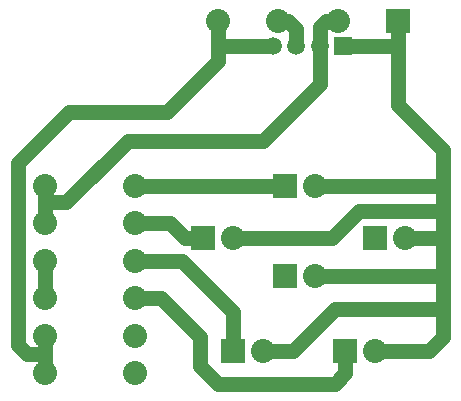
<source format=gbl>
G04 #@! TF.FileFunction,Copper,L2,Bot,Signal*
%FSLAX46Y46*%
G04 Gerber Fmt 4.6, Leading zero omitted, Abs format (unit mm)*
G04 Created by KiCad (PCBNEW 4.0.4-stable) date 01/06/17 10:27:03*
%MOMM*%
%LPD*%
G01*
G04 APERTURE LIST*
%ADD10C,0.150000*%
%ADD11C,2.032000*%
%ADD12R,2.032000X2.032000*%
%ADD13R,1.500000X1.500000*%
%ADD14C,1.500000*%
%ADD15C,1.270000*%
%ADD16C,0.762000*%
G04 APERTURE END LIST*
D10*
D11*
X26670000Y31750000D03*
D12*
X24130000Y31750000D03*
D11*
X19685000Y27305000D03*
D12*
X17145000Y27305000D03*
D11*
X22225000Y17780000D03*
D12*
X19685000Y17780000D03*
D11*
X31750000Y17780000D03*
D12*
X29210000Y17780000D03*
D11*
X34290000Y27305000D03*
D12*
X31750000Y27305000D03*
D11*
X26670000Y24130000D03*
D12*
X24130000Y24130000D03*
X33655000Y45720000D03*
D11*
X28575000Y45720000D03*
X23495000Y45720000D03*
X18415000Y45720000D03*
D13*
X29035000Y43609000D03*
D14*
X27035000Y43609000D03*
X25035000Y43609000D03*
X23035000Y43609000D03*
D11*
X11430000Y31750000D03*
X3810000Y31750000D03*
X11430000Y28575000D03*
X3810000Y28575000D03*
X11430000Y25400000D03*
X3810000Y25400000D03*
X11430000Y22225000D03*
X3810000Y22225000D03*
X11430000Y19050000D03*
X3810000Y19050000D03*
X11430000Y15875000D03*
X3810000Y15875000D03*
D15*
X22225000Y17780000D02*
X24765000Y17780000D01*
X29035000Y43609000D02*
X33655000Y43609000D01*
X33655000Y43609000D02*
X33195000Y43609000D01*
X19685000Y27305000D02*
X28067000Y27305000D01*
X28067000Y27305000D02*
X30353000Y29591000D01*
X30353000Y29591000D02*
X37465000Y29591000D01*
X26670000Y31750000D02*
X37465000Y31750000D01*
X34290000Y27305000D02*
X37465000Y27305000D01*
X26670000Y24130000D02*
X37084000Y24130000D01*
X37084000Y24130000D02*
X37465000Y23749000D01*
X24765000Y17780000D02*
X28321000Y21336000D01*
X28321000Y21336000D02*
X37465000Y21336000D01*
X33655000Y45720000D02*
X33655000Y38608000D01*
X33655000Y38608000D02*
X37465000Y34798000D01*
X37465000Y34798000D02*
X37465000Y23749000D01*
X37465000Y23749000D02*
X37465000Y21336000D01*
X37465000Y21336000D02*
X37465000Y18923000D01*
X37465000Y18923000D02*
X36322000Y17780000D01*
X36322000Y17780000D02*
X31750000Y17780000D01*
D16*
X37465000Y34798000D02*
X33655000Y38608000D01*
X33655000Y44069000D02*
X33655000Y45720000D01*
X33195000Y43609000D02*
X33655000Y44069000D01*
X37465000Y31750000D02*
X37338000Y31750000D01*
X37338000Y31750000D02*
X37465000Y31750000D01*
X37465000Y31750000D02*
X37465000Y34798000D01*
X37465000Y29591000D02*
X37465000Y31750000D01*
X30353000Y29591000D02*
X37465000Y29591000D01*
X28067000Y27305000D02*
X30353000Y29591000D01*
X37465000Y27305000D02*
X37465000Y29591000D01*
X37465000Y24130000D02*
X37465000Y27305000D01*
X37465000Y21590000D02*
X37465000Y18923000D01*
X37465000Y18923000D02*
X36322000Y17780000D01*
X37465000Y21209000D02*
X37465000Y21590000D01*
X24765000Y17780000D02*
X28194000Y21209000D01*
X28194000Y21209000D02*
X37465000Y21209000D01*
X37465000Y21590000D02*
X37465000Y24130000D01*
X37465000Y24130000D02*
X37338000Y24130000D01*
X37338000Y24130000D02*
X37465000Y24130000D01*
X26670000Y24130000D02*
X37465000Y24130000D01*
X36322000Y17780000D02*
X31750000Y17780000D01*
D15*
X11430000Y31750000D02*
X24130000Y31750000D01*
X28575000Y45720000D02*
X27559000Y45720000D01*
X27559000Y45720000D02*
X27035000Y45196000D01*
X27035000Y45196000D02*
X27035000Y43609000D01*
X3810000Y31750000D02*
X3810000Y28575000D01*
X27035000Y43609000D02*
X27035000Y40370000D01*
X5588000Y30353000D02*
X3810000Y30353000D01*
X10795000Y35560000D02*
X5588000Y30353000D01*
X22225000Y35560000D02*
X10795000Y35560000D01*
X27035000Y40370000D02*
X22225000Y35560000D01*
D16*
X3810000Y28575000D02*
X3810000Y30353000D01*
X3810000Y30353000D02*
X3810000Y31750000D01*
X27035000Y43609000D02*
X27035000Y45196000D01*
X27035000Y45196000D02*
X27559000Y45720000D01*
D15*
X23495000Y45720000D02*
X24384000Y45720000D01*
X24384000Y45720000D02*
X25035000Y45069000D01*
X25035000Y45069000D02*
X25035000Y43609000D01*
X3810000Y25400000D02*
X3810000Y22225000D01*
D16*
X3810000Y22225000D02*
X3810000Y23876000D01*
X3810000Y23876000D02*
X3810000Y25400000D01*
X25035000Y43609000D02*
X25035000Y45069000D01*
X25035000Y45069000D02*
X24384000Y45720000D01*
D15*
X23035000Y43609000D02*
X18415000Y43609000D01*
X18542000Y43561000D02*
X18415000Y43561000D01*
X18463000Y43561000D02*
X18542000Y43561000D01*
X18415000Y43609000D02*
X18463000Y43561000D01*
X18415000Y45720000D02*
X18415000Y43561000D01*
X18415000Y43561000D02*
X18415000Y42291000D01*
X18415000Y42291000D02*
X14097000Y37973000D01*
X14097000Y37973000D02*
X5842000Y37973000D01*
X5842000Y37973000D02*
X1524000Y33655000D01*
X1524000Y33655000D02*
X1524000Y18288000D01*
X1524000Y18288000D02*
X2286000Y17526000D01*
X2286000Y17526000D02*
X3810000Y17526000D01*
X3810000Y19050000D02*
X3810000Y15875000D01*
D16*
X3810000Y17526000D02*
X3810000Y19050000D01*
X2286000Y17526000D02*
X3810000Y17526000D01*
X23035000Y43609000D02*
X19177000Y43609000D01*
X19177000Y43609000D02*
X19129000Y43609000D01*
X18415000Y44323000D02*
X18415000Y45720000D01*
X19129000Y43609000D02*
X18415000Y44323000D01*
D15*
X11430000Y28575000D02*
X14351000Y28575000D01*
X14351000Y28575000D02*
X15621000Y27305000D01*
X15621000Y27305000D02*
X17145000Y27305000D01*
D16*
X15621000Y27305000D02*
X17145000Y27305000D01*
X14351000Y28575000D02*
X15621000Y27305000D01*
D15*
X11430000Y25400000D02*
X15367000Y25400000D01*
X15367000Y25400000D02*
X19685000Y21082000D01*
X19685000Y21082000D02*
X19685000Y17780000D01*
D16*
X19685000Y21082000D02*
X19685000Y17780000D01*
X15367000Y25400000D02*
X19685000Y21082000D01*
D15*
X11430000Y22225000D02*
X13589000Y22225000D01*
X29210000Y15875000D02*
X29210000Y17780000D01*
X28321000Y14986000D02*
X29210000Y15875000D01*
X18415000Y14986000D02*
X28321000Y14986000D01*
X16891000Y16510000D02*
X18415000Y14986000D01*
X16891000Y18923000D02*
X16891000Y16510000D01*
X13589000Y22225000D02*
X16891000Y18923000D01*
M02*

</source>
